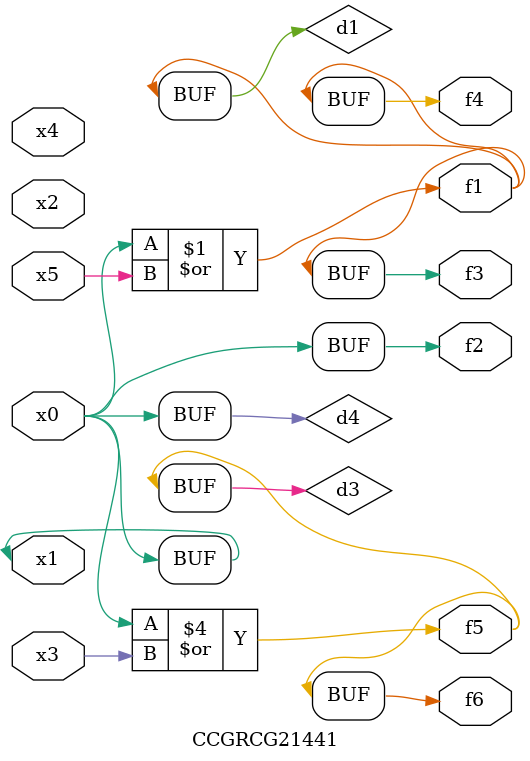
<source format=v>
module CCGRCG21441(
	input x0, x1, x2, x3, x4, x5,
	output f1, f2, f3, f4, f5, f6
);

	wire d1, d2, d3, d4;

	or (d1, x0, x5);
	xnor (d2, x1, x4);
	or (d3, x0, x3);
	buf (d4, x0, x1);
	assign f1 = d1;
	assign f2 = d4;
	assign f3 = d1;
	assign f4 = d1;
	assign f5 = d3;
	assign f6 = d3;
endmodule

</source>
